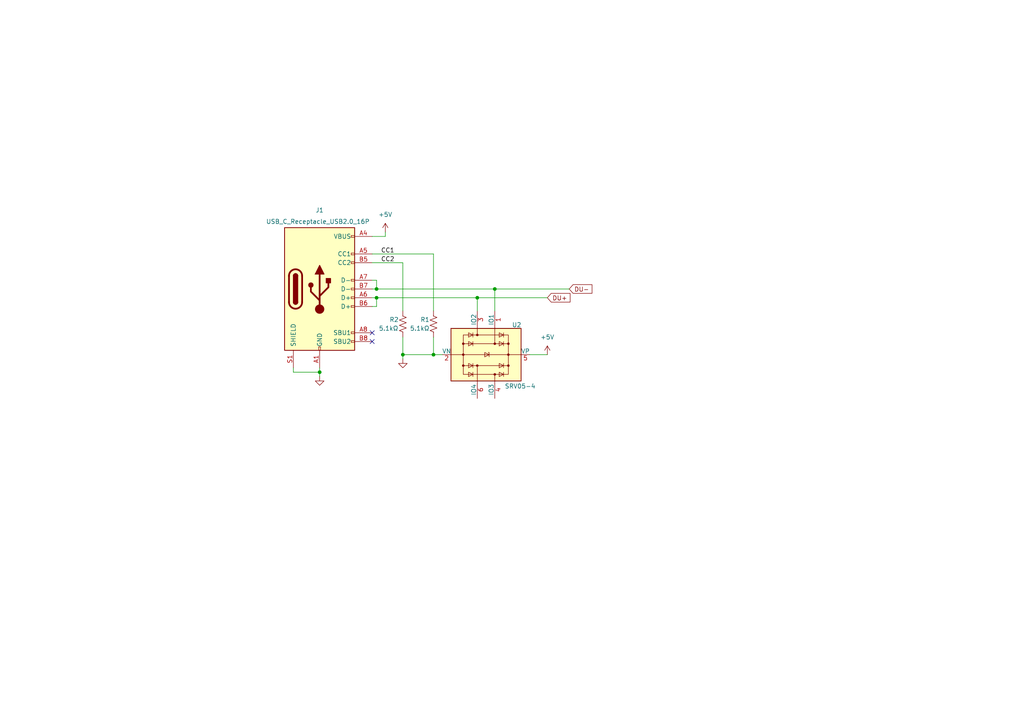
<source format=kicad_sch>
(kicad_sch (version 20231120) (generator "eeschema") (generator_version "8.0")
  (paper "A4")
  (lib_symbols
    (symbol "Connector:USB_C_Receptacle_USB2.0_16P" (pin_names (offset 1.016))
      (property "Reference" "J" (at 0 22.225 0))
      (property "Value" "USB_C_Receptacle_USB2.0_16P" (at 0 19.685 0))
      (symbol "USB_C_Receptacle_USB2.0_16P_0_0"
        (rectangle (start -0.254 -17.78) (end 0.254 -16.764))
        (rectangle (start 10.16 -14.986) (end 9.144 -15.494))
        (rectangle (start 10.16 -12.446) (end 9.144 -12.954))
        (rectangle (start 10.16 -4.826) (end 9.144 -5.334))
        (rectangle (start 10.16 -2.286) (end 9.144 -2.794))
        (rectangle (start 10.16 0.254) (end 9.144 -0.254))
        (rectangle (start 10.16 2.794) (end 9.144 2.286))
        (rectangle (start 10.16 7.874) (end 9.144 7.366))
        (rectangle (start 10.16 10.414) (end 9.144 9.906))
        (rectangle (start 10.16 15.494) (end 9.144 14.986))
      )
      (symbol "USB_C_Receptacle_USB2.0_16P_0_1"
        (rectangle (start -10.16 17.78) (end 10.16 -17.78) (stroke (width 0.254)) (fill (type background)))
        (arc (start -8.89 -3.81) (mid -6.985 -5.7067) (end -5.08 -3.81) (stroke (width 0.508)))
        (arc (start -7.62 -3.81) (mid -6.985 -4.4423) (end -6.35 -3.81) (stroke (width 0.254)))
        (arc (start -7.62 -3.81) (mid -6.985 -4.4423) (end -6.35 -3.81) (stroke (width 0.254)) (fill (type outline)))
        (rectangle (start -7.62 -3.81) (end -6.35 3.81) (stroke (width 0.254)) (fill (type outline)))
        (arc (start -6.35 3.81) (mid -6.985 4.4423) (end -7.62 3.81) (stroke (width 0.254)))
        (arc (start -6.35 3.81) (mid -6.985 4.4423) (end -7.62 3.81) (stroke (width 0.254)) (fill (type outline)))
        (arc (start -5.08 3.81) (mid -6.985 5.7067) (end -8.89 3.81) (stroke (width 0.508)))
        (circle (center -2.54 1.143) (radius 0.635) (stroke (width 0.254)) (fill (type outline)))
        (circle (center 0 -5.842) (radius 1.27) (fill (type outline)))
        (polyline (pts (xy -8.89 -3.81) (xy -8.89 3.81)) (stroke (width 0.508)))
        (polyline (pts (xy -5.08 3.81) (xy -5.08 -3.81)) (stroke (width 0.508)))
        (polyline (pts (xy 0 -5.842) (xy 0 4.318)) (stroke (width 0.508)))
        (polyline (pts (xy 0 -3.302) (xy -2.54 -0.762) (xy -2.54 0.508)) (stroke (width 0.508)))
        (polyline (pts (xy 0 -2.032) (xy 2.54 0.508) (xy 2.54 1.778)) (stroke (width 0.508)))
        (polyline (pts (xy -1.27 4.318) (xy 0 6.858) (xy 1.27 4.318) (xy -1.27 4.318)) (stroke (width 0.254)) (fill (type outline)))
        (rectangle (start 1.905 1.778) (end 3.175 3.048) (stroke (width 0.254)) (fill (type outline)))
      )
      (symbol "USB_C_Receptacle_USB2.0_16P_1_1"
        (pin passive line (at 0 -22.86 90) (length 5.08) (name "GND") (number "A1"))
        (pin passive line (at 0 -22.86 90) (length 5.08) hide (name "GND") (number "A12"))
        (pin passive line (at 15.24 15.24 180) (length 5.08) (name "VBUS") (number "A4"))
        (pin bidirectional line (at 15.24 10.16 180) (length 5.08) (name "CC1") (number "A5"))
        (pin bidirectional line (at 15.24 -2.54 180) (length 5.08) (name "D+") (number "A6"))
        (pin bidirectional line (at 15.24 2.54 180) (length 5.08) (name "D-") (number "A7"))
        (pin bidirectional line (at 15.24 -12.7 180) (length 5.08) (name "SBU1") (number "A8"))
        (pin passive line (at 15.24 15.24 180) (length 5.08) hide (name "VBUS") (number "A9"))
        (pin passive line (at 0 -22.86 90) (length 5.08) hide (name "GND") (number "B1"))
        (pin passive line (at 0 -22.86 90) (length 5.08) hide (name "GND") (number "B12"))
        (pin passive line (at 15.24 15.24 180) (length 5.08) hide (name "VBUS") (number "B4"))
        (pin bidirectional line (at 15.24 7.62 180) (length 5.08) (name "CC2") (number "B5"))
        (pin bidirectional line (at 15.24 -5.08 180) (length 5.08) (name "D+") (number "B6"))
        (pin bidirectional line (at 15.24 0 180) (length 5.08) (name "D-") (number "B7"))
        (pin bidirectional line (at 15.24 -15.24 180) (length 5.08) (name "SBU2") (number "B8"))
        (pin passive line (at 15.24 15.24 180) (length 5.08) hide (name "VBUS") (number "B9"))
        (pin passive line (at -7.62 -22.86 90) (length 5.08) (name "SHIELD") (number "S1"))
      )
    )
    (symbol "Device:R_US" (pin_numbers hide) (pin_names (offset 0))
      (property "Reference" "R" (at 2.54 0 90))
      (property "Value" "R_US" (at -2.54 0 90))
      (symbol "R_US_0_1"
        (polyline (pts (xy 0 -2.286) (xy 0 -2.54)))
        (polyline (pts (xy 0 2.286) (xy 0 2.54)))
        (polyline (pts (xy 0 -0.762) (xy 1.016 -1.143) (xy 0 -1.524) (xy -1.016 -1.905) (xy 0 -2.286)))
        (polyline (pts (xy 0 0.762) (xy 1.016 0.381) (xy 0 0) (xy -1.016 -0.381) (xy 0 -0.762)))
        (polyline (pts (xy 0 2.286) (xy 1.016 1.905) (xy 0 1.524) (xy -1.016 1.143) (xy 0 0.762)))
      )
      (symbol "R_US_1_1"
        (pin passive line (at 0 3.81 270) (length 1.27) (name "~") (number "1"))
        (pin passive line (at 0 -3.81 90) (length 1.27) (name "~") (number "2"))
      )
    )
    (symbol "Power_Protection:SRV05-4" (pin_names (offset 0))
      (property "Reference" "U" (at -5.08 11.43 0))
      (property "Value" "SRV05-4" (at 2.54 11.43 0))
      (symbol "SRV05-4_0_0"
        (rectangle (start -5.715 6.477) (end 5.715 -6.604))
        (polyline (pts (xy -3.175 -6.604) (xy -3.175 6.477)))
        (polyline (pts (xy 3.175 6.477) (xy 3.175 -6.604)))
      )
      (symbol "SRV05-4_0_1"
        (rectangle (start -7.62 10.16) (end 7.62 -10.16) (stroke (width 0.254)) (fill (type background)))
        (circle (center -5.715 -2.54) (radius 0.2794) (fill (type outline)))
        (circle (center -3.175 -6.604) (radius 0.2794) (fill (type outline)))
        (circle (center -3.175 2.54) (radius 0.2794) (fill (type outline)))
        (circle (center -3.175 6.477) (radius 0.2794) (fill (type outline)))
        (circle (center 0 -6.604) (radius 0.2794) (fill (type outline)))
        (polyline (pts (xy -7.747 2.54) (xy -3.175 2.54)))
        (polyline (pts (xy -7.62 -2.54) (xy -5.715 -2.54)))
        (polyline (pts (xy -5.08 -3.81) (xy -6.35 -3.81)))
        (polyline (pts (xy -5.08 5.08) (xy -6.35 5.08)))
        (polyline (pts (xy -2.54 -3.81) (xy -3.81 -3.81)))
        (polyline (pts (xy -2.54 5.08) (xy -3.81 5.08)))
        (polyline (pts (xy 0 10.16) (xy 0 -10.16)))
        (polyline (pts (xy 3.81 -3.81) (xy 2.54 -3.81)))
        (polyline (pts (xy 3.81 5.08) (xy 2.54 5.08)))
        (polyline (pts (xy 6.35 -3.81) (xy 5.08 -3.81)))
        (polyline (pts (xy 6.35 5.08) (xy 5.08 5.08)))
        (polyline (pts (xy 7.62 -2.54) (xy 3.175 -2.54)))
        (polyline (pts (xy 7.62 2.54) (xy 5.715 2.54)))
        (polyline (pts (xy 0.635 0.889) (xy -0.635 0.889) (xy -0.635 0.635)))
        (polyline (pts (xy -5.08 -5.08) (xy -6.35 -5.08) (xy -5.715 -3.81) (xy -5.08 -5.08)))
        (polyline (pts (xy -5.08 3.81) (xy -6.35 3.81) (xy -5.715 5.08) (xy -5.08 3.81)))
        (polyline (pts (xy -2.54 -5.08) (xy -3.81 -5.08) (xy -3.175 -3.81) (xy -2.54 -5.08)))
        (polyline (pts (xy -2.54 3.81) (xy -3.81 3.81) (xy -3.175 5.08) (xy -2.54 3.81)))
        (polyline (pts (xy 0.635 -0.381) (xy -0.635 -0.381) (xy 0 0.889) (xy 0.635 -0.381)))
        (polyline (pts (xy 3.81 -5.08) (xy 2.54 -5.08) (xy 3.175 -3.81) (xy 3.81 -5.08)))
        (polyline (pts (xy 3.81 3.81) (xy 2.54 3.81) (xy 3.175 5.08) (xy 3.81 3.81)))
        (polyline (pts (xy 6.35 -5.08) (xy 5.08 -5.08) (xy 5.715 -3.81) (xy 6.35 -5.08)))
        (polyline (pts (xy 6.35 3.81) (xy 5.08 3.81) (xy 5.715 5.08) (xy 6.35 3.81)))
        (circle (center 0 6.477) (radius 0.2794) (fill (type outline)))
        (circle (center 3.175 -6.604) (radius 0.2794) (fill (type outline)))
        (circle (center 3.175 -2.54) (radius 0.2794) (fill (type outline)))
        (circle (center 3.175 6.477) (radius 0.2794) (fill (type outline)))
        (circle (center 5.715 2.54) (radius 0.2794) (fill (type outline)))
      )
      (symbol "SRV05-4_1_1"
        (pin passive line (at -12.7 2.54 0) (length 5.08) (name "IO1") (number "1"))
        (pin passive line (at 0 -12.7 90) (length 2.54) (name "VN") (number "2"))
        (pin passive line (at -12.7 -2.54 0) (length 5.08) (name "IO2") (number "3"))
        (pin passive line (at 12.7 2.54 180) (length 5.08) (name "IO3") (number "4"))
        (pin passive line (at 0 12.7 270) (length 2.54) (name "VP") (number "5"))
        (pin passive line (at 12.7 -2.54 180) (length 5.08) (name "IO4") (number "6"))
      )
    )
    (symbol "power:+5V" (power) (pin_numbers hide) (pin_names (offset 0) hide)
      (property "Value" "+5V" (at 0 3.556 0))
      (symbol "+5V_0_1"
        (polyline (pts (xy -0.762 1.27) (xy 0 2.54)))
        (polyline (pts (xy 0 0) (xy 0 2.54)))
        (polyline (pts (xy 0 2.54) (xy 0.762 1.27)))
      )
      (symbol "+5V_1_1"
        (pin power_in line (at 0 0 90) (length 0) (name "~") (number "1"))
      )
    )
    (symbol "power:GND" (power) (pin_numbers hide) (pin_names (offset 0) hide)
      (property "Value" "GND" (at 0 -3.81 0))
      (symbol "GND_0_1"
        (polyline (pts (xy 0 0) (xy 0 -1.27) (xy 1.27 -1.27) (xy 0 -2.54) (xy -1.27 -1.27) (xy 0 -1.27)))
      )
      (symbol "GND_1_1"
        (pin power_in line (at 0 0 270) (length 0) (name "~") (number "1"))
      )
    )
  )
  (junction (at 143.51 83.82))
  (junction (at 109.22 83.82))
  (junction (at 116.84 102.87))
  (junction (at 138.43 86.36))
  (junction (at 125.73 102.87))
  (junction (at 92.71 107.95))
  (junction (at 109.22 86.36))
  (no_connect (at 107.95 99.06))
  (no_connect (at 107.95 96.52))
  (wire (pts (xy 138.43 86.36) (xy 158.75 86.36)))
  (wire (pts (xy 111.76 68.58) (xy 107.95 68.58)))
  (wire (pts (xy 92.71 109.22) (xy 92.71 107.95)))
  (wire (pts (xy 109.22 86.36) (xy 138.43 86.36)))
  (wire (pts (xy 153.67 102.87) (xy 158.75 102.87)))
  (wire (pts (xy 85.09 107.95) (xy 92.71 107.95)))
  (wire (pts (xy 107.95 86.36) (xy 109.22 86.36)))
  (wire (pts (xy 109.22 81.28) (xy 109.22 83.82)))
  (wire (pts (xy 116.84 97.79) (xy 116.84 102.87)))
  (wire (pts (xy 125.73 97.79) (xy 125.73 102.87)))
  (wire (pts (xy 125.73 102.87) (xy 128.27 102.87)))
  (wire (pts (xy 143.51 83.82) (xy 165.1 83.82)))
  (wire (pts (xy 107.95 76.2) (xy 116.84 76.2)))
  (wire (pts (xy 107.95 88.9) (xy 109.22 88.9)))
  (wire (pts (xy 116.84 76.2) (xy 116.84 90.17)))
  (wire (pts (xy 107.95 73.66) (xy 125.73 73.66)))
  (wire (pts (xy 85.09 106.68) (xy 85.09 107.95)))
  (wire (pts (xy 92.71 106.68) (xy 92.71 107.95)))
  (wire (pts (xy 116.84 104.14) (xy 116.84 102.87)))
  (wire (pts (xy 107.95 81.28) (xy 109.22 81.28)))
  (wire (pts (xy 111.76 67.31) (xy 111.76 68.58)))
  (wire (pts (xy 143.51 83.82) (xy 143.51 90.17)))
  (wire (pts (xy 109.22 86.36) (xy 109.22 88.9)))
  (wire (pts (xy 107.95 83.82) (xy 109.22 83.82)))
  (wire (pts (xy 109.22 83.82) (xy 143.51 83.82)))
  (wire (pts (xy 116.84 102.87) (xy 125.73 102.87)))
  (wire (pts (xy 138.43 86.36) (xy 138.43 90.17)))
  (wire (pts (xy 125.73 73.66) (xy 125.73 90.17)))
  (label "CC2" (at 110.49 76.2 0))
  (label "CC1" (at 110.49 73.66 0))
  (global_label "DU-" (shape input) (at 165.1 83.82 0) (property "Intersheetrefs" "${INTERSHEET_REFS}" (effects (hide yes))))
  (global_label "DU+" (shape input) (at 158.75 86.36 0) (property "Intersheetrefs" "${INTERSHEET_REFS}" (effects (hide yes))))
  (symbol (lib_id "Power_Protection:SRV05-4") (at 140.97 102.87 270) (unit 1)
    (property "Reference" "U2" (at 149.86 94.234 90))
    (property "Value" "SRV05-4" (at 150.876 112.014 90))
    (property "Footprint" "Package_TO_SOT_SMD:SOT-23-6" (effects (hide yes)))
    (property "Datasheet" "http://www.onsemi.com/pub/Collateral/SRV05-4-D.PDF" (effects (hide yes)))
    (property "Description" "ESD Protection Diodes with Low Clamping Voltage, SOT-23-6" (effects (hide yes)))
  )
  (symbol (lib_id "Device:R_US") (at 116.84 93.98 180) (unit 1)
    (property "Reference" "R2" (at 114.3 92.71 0))
    (property "Value" "5.1kΩ" (at 115.57 95.25 0) (effects (justify left)))
    (property "Footprint" "Resistor_SMD:R_0805_2012Metric_Pad1.20x1.40mm_HandSolder" (effects (hide yes)))
    (property "Description" "Resistor, US symbol" (effects (hide yes)))
  )
  (symbol (lib_id "Device:R_US") (at 125.73 93.98 180) (unit 1)
    (property "Reference" "R1" (at 121.92 92.71 0) (effects (justify right)))
    (property "Value" "5.1kΩ" (at 118.872 95.25 0) (effects (justify right)))
    (property "Footprint" "Resistor_SMD:R_0805_2012Metric_Pad1.20x1.40mm_HandSolder" (effects (hide yes)))
    (property "Description" "Resistor, US symbol" (effects (hide yes)))
  )
  (symbol (lib_id "Connector:USB_C_Receptacle_USB2.0_16P") (at 92.71 83.82 0) (unit 1)
    (property "Reference" "J1" (at 92.71 60.96 0))
    (property "Value" "USB_C_Receptacle_USB2.0_16P" (at 92.202 64.262 0))
    (property "Footprint" "Connector_USB:USB_C_Receptacle_G-Switch_GT-USB-7010ASV" (effects (hide yes)))
    (property "Datasheet" "https://www.usb.org/sites/default/files/documents/usb_type-c.zip" (effects (hide yes)))
    (property "Description" "USB 2.0-only 16P Type-C Receptacle connector" (effects (hide yes)))
  )
  (symbol (lib_id "power:GND") (at 92.71 109.22 0) (unit 1)
    (property "Reference" "#PWR013" (effects (hide yes)))
    (property "Value" "GND" (effects (hide yes)))
    (property "Description" "Power symbol creates a global label with name \"GND\" , ground" (effects (hide yes)))
  )
  (symbol (lib_id "power:+5V") (at 158.75 102.87 0) (unit 1)
    (property "Reference" "#PWR012" (effects (hide yes)))
    (property "Value" "+5V" (at 158.75 97.79 0))
    (property "Description" "Power symbol creates a global label with name \"+5V\"" (effects (hide yes)))
  )
  (symbol (lib_id "power:GND") (at 116.84 104.14 0) (unit 1)
    (property "Reference" "#PWR015" (effects (hide yes)))
    (property "Value" "GND" (effects (hide yes)))
    (property "Description" "Power symbol creates a global label with name \"GND\" , ground" (effects (hide yes)))
  )
  (symbol (lib_id "power:+5V") (at 111.76 67.31 0) (unit 1)
    (property "Reference" "#PWR06" (effects (hide yes)))
    (property "Value" "+5V" (at 111.76 62.23 0))
    (property "Description" "Power symbol creates a global label with name \"+5V\"" (effects (hide yes)))
  )
)
</source>
